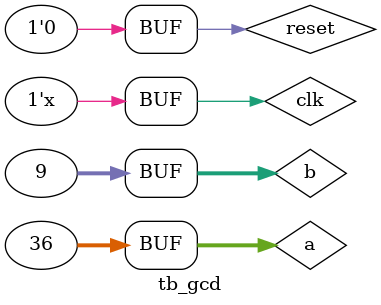
<source format=v>
`timescale 1ns / 1ps

module tb_gcd;

	reg [31:0] a;
	reg [31:0] b;
	reg clk;
	reg reset;
	wire [31:0] c;
    wire done;

    gcd gcd1(a,b,c,done,clk,reset);

	initial begin
		clk = 0;
		reset = 1;
		end
	always
	#10 clk = ~clk;
	
	
	initial
	begin
	#80;
	reset = 0;
	end

    initial 
    begin
        #30
        a = 32'd36;
	    b = 32'd9;
	    
        $monitor("gcd of (%d,%d) is %d",a,b,c);
    end

endmodule
</source>
